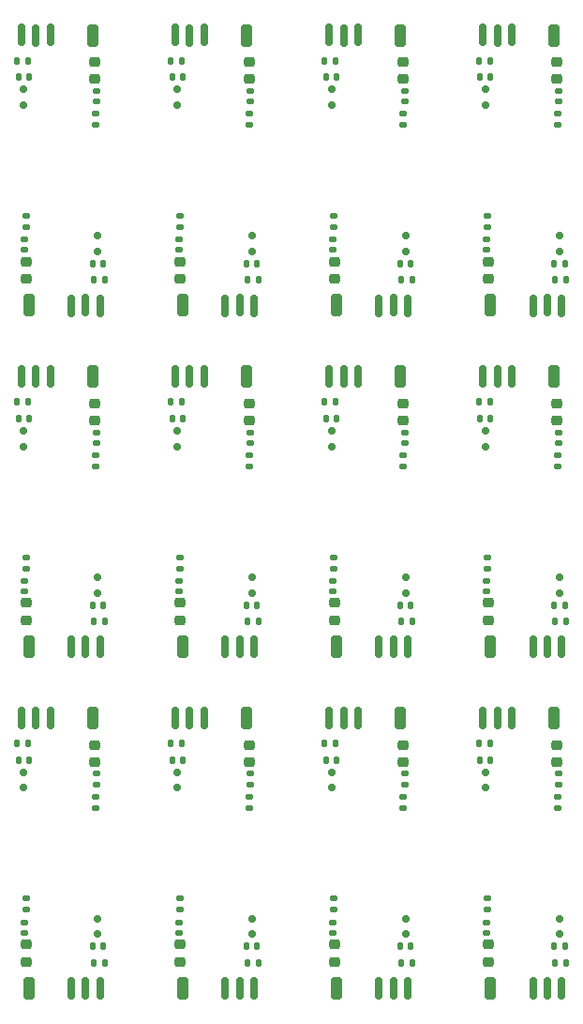
<source format=gts>
G04 #@! TF.GenerationSoftware,KiCad,Pcbnew,9.0.6-9.0.6~ubuntu24.04.1*
G04 #@! TF.CreationDate,2026-01-17T19:17:03+01:00*
G04 #@! TF.ProjectId,panel,70616e65-6c2e-46b6-9963-61645f706362,rev?*
G04 #@! TF.SameCoordinates,Original*
G04 #@! TF.FileFunction,Soldermask,Top*
G04 #@! TF.FilePolarity,Negative*
%FSLAX46Y46*%
G04 Gerber Fmt 4.6, Leading zero omitted, Abs format (unit mm)*
G04 Created by KiCad (PCBNEW 9.0.6-9.0.6~ubuntu24.04.1) date 2026-01-17 19:17:03*
%MOMM*%
%LPD*%
G01*
G04 APERTURE LIST*
G04 Aperture macros list*
%AMRoundRect*
0 Rectangle with rounded corners*
0 $1 Rounding radius*
0 $2 $3 $4 $5 $6 $7 $8 $9 X,Y pos of 4 corners*
0 Add a 4 corners polygon primitive as box body*
4,1,4,$2,$3,$4,$5,$6,$7,$8,$9,$2,$3,0*
0 Add four circle primitives for the rounded corners*
1,1,$1+$1,$2,$3*
1,1,$1+$1,$4,$5*
1,1,$1+$1,$6,$7*
1,1,$1+$1,$8,$9*
0 Add four rect primitives between the rounded corners*
20,1,$1+$1,$2,$3,$4,$5,0*
20,1,$1+$1,$4,$5,$6,$7,0*
20,1,$1+$1,$6,$7,$8,$9,0*
20,1,$1+$1,$8,$9,$2,$3,0*%
G04 Aperture macros list end*
%ADD10RoundRect,0.135000X0.185000X-0.135000X0.185000X0.135000X-0.185000X0.135000X-0.185000X-0.135000X0*%
%ADD11RoundRect,0.140000X-0.170000X0.140000X-0.170000X-0.140000X0.170000X-0.140000X0.170000X0.140000X0*%
%ADD12RoundRect,0.175000X0.175000X0.825000X-0.175000X0.825000X-0.175000X-0.825000X0.175000X-0.825000X0*%
%ADD13RoundRect,0.140000X-0.140000X-0.170000X0.140000X-0.170000X0.140000X0.170000X-0.140000X0.170000X0*%
%ADD14RoundRect,0.175000X-0.175000X-0.825000X0.175000X-0.825000X0.175000X0.825000X-0.175000X0.825000X0*%
%ADD15RoundRect,0.140000X0.140000X0.170000X-0.140000X0.170000X-0.140000X-0.170000X0.140000X-0.170000X0*%
%ADD16RoundRect,0.135000X-0.185000X0.135000X-0.185000X-0.135000X0.185000X-0.135000X0.185000X0.135000X0*%
%ADD17RoundRect,0.225000X0.250000X-0.225000X0.250000X0.225000X-0.250000X0.225000X-0.250000X-0.225000X0*%
%ADD18RoundRect,0.225000X-0.250000X0.225000X-0.250000X-0.225000X0.250000X-0.225000X0.250000X0.225000X0*%
%ADD19RoundRect,0.150000X-0.200000X0.150000X-0.200000X-0.150000X0.200000X-0.150000X0.200000X0.150000X0*%
%ADD20RoundRect,0.150000X0.200000X-0.150000X0.200000X0.150000X-0.200000X0.150000X-0.200000X-0.150000X0*%
%ADD21RoundRect,0.140000X0.170000X-0.140000X0.170000X0.140000X-0.170000X0.140000X-0.170000X-0.140000X0*%
%ADD22RoundRect,0.135000X-0.135000X-0.185000X0.135000X-0.185000X0.135000X0.185000X-0.135000X0.185000X0*%
%ADD23RoundRect,0.250000X-0.250000X-0.750000X0.250000X-0.750000X0.250000X0.750000X-0.250000X0.750000X0*%
%ADD24RoundRect,0.135000X0.135000X0.185000X-0.135000X0.185000X-0.135000X-0.185000X0.135000X-0.185000X0*%
%ADD25RoundRect,0.250000X0.250000X0.750000X-0.250000X0.750000X-0.250000X-0.750000X0.250000X-0.750000X0*%
G04 APERTURE END LIST*
D10*
G04 #@! TO.C,R101*
X49000000Y-55409999D03*
X49000000Y-54390001D03*
G04 #@! TD*
D11*
G04 #@! TO.C,C105*
X41500000Y-12320000D03*
X41500000Y-13280000D03*
G04 #@! TD*
D12*
G04 #@! TO.C,H109*
X26600000Y-62480000D03*
G04 #@! TD*
D13*
G04 #@! TO.C,C103*
X13320000Y-89500000D03*
X14280000Y-89500000D03*
G04 #@! TD*
D14*
G04 #@! TO.C,H109*
X36000000Y-7320000D03*
G04 #@! TD*
D15*
G04 #@! TO.C,C103*
X49280000Y-41900000D03*
X48320000Y-41900000D03*
G04 #@! TD*
D14*
G04 #@! TO.C,H111*
X48600000Y-7300000D03*
G04 #@! TD*
D16*
G04 #@! TO.C,R101*
X41400000Y-14390001D03*
X41400000Y-15409999D03*
G04 #@! TD*
D12*
G04 #@! TO.C,H109*
X40500000Y-93280000D03*
G04 #@! TD*
D17*
G04 #@! TO.C,C102*
X35150000Y-90875000D03*
X35150000Y-89325000D03*
G04 #@! TD*
D10*
G04 #@! TO.C,R101*
X21200000Y-24609999D03*
X21200000Y-23590001D03*
G04 #@! TD*
D12*
G04 #@! TO.C,H110*
X11400000Y-62500000D03*
G04 #@! TD*
D18*
G04 #@! TO.C,C102*
X55250000Y-9725000D03*
X55250000Y-11275000D03*
G04 #@! TD*
D13*
G04 #@! TO.C,C103*
X41120000Y-89500000D03*
X42080000Y-89500000D03*
G04 #@! TD*
D14*
G04 #@! TO.C,H111*
X48600000Y-68900000D03*
G04 #@! TD*
D16*
G04 #@! TO.C,R101*
X27500000Y-45190001D03*
X27500000Y-46209999D03*
G04 #@! TD*
D19*
G04 #@! TO.C,D101*
X27700000Y-57600000D03*
X27700000Y-56200000D03*
G04 #@! TD*
D13*
G04 #@! TO.C,C103*
X41120000Y-58700000D03*
X42080000Y-58700000D03*
G04 #@! TD*
D17*
G04 #@! TO.C,C102*
X49050000Y-90875000D03*
X49050000Y-89325000D03*
G04 #@! TD*
D18*
G04 #@! TO.C,C102*
X41350000Y-71325000D03*
X41350000Y-72875000D03*
G04 #@! TD*
D11*
G04 #@! TO.C,C105*
X55400000Y-73920000D03*
X55400000Y-74880000D03*
G04 #@! TD*
D12*
G04 #@! TO.C,H109*
X12700000Y-93280000D03*
G04 #@! TD*
G04 #@! TO.C,H110*
X53100000Y-62500000D03*
G04 #@! TD*
D16*
G04 #@! TO.C,R101*
X27500000Y-14390001D03*
X27500000Y-15409999D03*
G04 #@! TD*
D20*
G04 #@! TO.C,D101*
X34900000Y-73800000D03*
X34900000Y-75200000D03*
G04 #@! TD*
D13*
G04 #@! TO.C,C103*
X13320000Y-58700000D03*
X14280000Y-58700000D03*
G04 #@! TD*
D14*
G04 #@! TO.C,H111*
X6900000Y-38100000D03*
G04 #@! TD*
D12*
G04 #@! TO.C,H110*
X11400000Y-31700000D03*
G04 #@! TD*
G04 #@! TO.C,H110*
X39200000Y-93300000D03*
G04 #@! TD*
D14*
G04 #@! TO.C,H111*
X6900000Y-7300000D03*
G04 #@! TD*
D12*
G04 #@! TO.C,H109*
X26600000Y-31680000D03*
G04 #@! TD*
D21*
G04 #@! TO.C,C105*
X21100000Y-57480000D03*
X21100000Y-56520000D03*
G04 #@! TD*
D12*
G04 #@! TO.C,H109*
X54400000Y-31680000D03*
G04 #@! TD*
D14*
G04 #@! TO.C,H110*
X51200000Y-38100000D03*
G04 #@! TD*
D12*
G04 #@! TO.C,H110*
X39200000Y-31700000D03*
G04 #@! TD*
D10*
G04 #@! TO.C,R101*
X35100000Y-24609999D03*
X35100000Y-23590001D03*
G04 #@! TD*
D13*
G04 #@! TO.C,C103*
X27220000Y-58700000D03*
X28180000Y-58700000D03*
G04 #@! TD*
D18*
G04 #@! TO.C,C102*
X41350000Y-40525000D03*
X41350000Y-42075000D03*
G04 #@! TD*
D13*
G04 #@! TO.C,C103*
X55020000Y-27900000D03*
X55980000Y-27900000D03*
G04 #@! TD*
D14*
G04 #@! TO.C,H109*
X36000000Y-38120000D03*
G04 #@! TD*
D22*
G04 #@! TO.C,R105*
X27290001Y-29400000D03*
X28309999Y-29400000D03*
G04 #@! TD*
D15*
G04 #@! TO.C,C103*
X21480000Y-11100000D03*
X20520000Y-11100000D03*
G04 #@! TD*
D22*
G04 #@! TO.C,R105*
X27290001Y-91000000D03*
X28309999Y-91000000D03*
G04 #@! TD*
D16*
G04 #@! TO.C,R101*
X55300000Y-75990001D03*
X55300000Y-77009999D03*
G04 #@! TD*
G04 #@! TO.C,R101*
X41400000Y-45190001D03*
X41400000Y-46209999D03*
G04 #@! TD*
D22*
G04 #@! TO.C,R105*
X41190001Y-91000000D03*
X42209999Y-91000000D03*
G04 #@! TD*
D14*
G04 #@! TO.C,H111*
X34700000Y-68900000D03*
G04 #@! TD*
D17*
G04 #@! TO.C,C102*
X7350000Y-29275000D03*
X7350000Y-27725000D03*
G04 #@! TD*
D14*
G04 #@! TO.C,H110*
X51200000Y-68900000D03*
G04 #@! TD*
D23*
G04 #@! TO.C,H108*
X27230000Y-7320000D03*
G04 #@! TD*
D14*
G04 #@! TO.C,H109*
X8200000Y-7320000D03*
G04 #@! TD*
D24*
G04 #@! TO.C,R105*
X49209999Y-40400000D03*
X48190001Y-40400000D03*
G04 #@! TD*
D12*
G04 #@! TO.C,H111*
X14000000Y-31700000D03*
G04 #@! TD*
D10*
G04 #@! TO.C,R101*
X21200000Y-55409999D03*
X21200000Y-54390001D03*
G04 #@! TD*
D16*
G04 #@! TO.C,R101*
X55300000Y-14390001D03*
X55300000Y-15409999D03*
G04 #@! TD*
D23*
G04 #@! TO.C,H108*
X41130000Y-7320000D03*
G04 #@! TD*
D22*
G04 #@! TO.C,R105*
X55090001Y-29400000D03*
X56109999Y-29400000D03*
G04 #@! TD*
D23*
G04 #@! TO.C,H108*
X41130000Y-38120000D03*
G04 #@! TD*
D21*
G04 #@! TO.C,C105*
X35000000Y-88280000D03*
X35000000Y-87320000D03*
G04 #@! TD*
D14*
G04 #@! TO.C,H110*
X37300000Y-7300000D03*
G04 #@! TD*
D15*
G04 #@! TO.C,C103*
X21480000Y-72700000D03*
X20520000Y-72700000D03*
G04 #@! TD*
D22*
G04 #@! TO.C,R105*
X55090001Y-91000000D03*
X56109999Y-91000000D03*
G04 #@! TD*
D17*
G04 #@! TO.C,C102*
X35150000Y-29275000D03*
X35150000Y-27725000D03*
G04 #@! TD*
D19*
G04 #@! TO.C,D101*
X55500000Y-26800000D03*
X55500000Y-25400000D03*
G04 #@! TD*
D15*
G04 #@! TO.C,C103*
X7580000Y-41900000D03*
X6620000Y-41900000D03*
G04 #@! TD*
D12*
G04 #@! TO.C,H111*
X55700000Y-93300000D03*
G04 #@! TD*
D23*
G04 #@! TO.C,H108*
X27230000Y-38120000D03*
G04 #@! TD*
D14*
G04 #@! TO.C,H110*
X9500000Y-38100000D03*
G04 #@! TD*
D11*
G04 #@! TO.C,C105*
X27600000Y-43120000D03*
X27600000Y-44080000D03*
G04 #@! TD*
D16*
G04 #@! TO.C,R101*
X13600000Y-45190001D03*
X13600000Y-46209999D03*
G04 #@! TD*
D21*
G04 #@! TO.C,C105*
X7200000Y-88280000D03*
X7200000Y-87320000D03*
G04 #@! TD*
D10*
G04 #@! TO.C,R101*
X7300000Y-86209999D03*
X7300000Y-85190001D03*
G04 #@! TD*
D12*
G04 #@! TO.C,H109*
X54400000Y-62480000D03*
G04 #@! TD*
D22*
G04 #@! TO.C,R105*
X41190001Y-60200000D03*
X42209999Y-60200000D03*
G04 #@! TD*
D10*
G04 #@! TO.C,R101*
X21200000Y-86209999D03*
X21200000Y-85190001D03*
G04 #@! TD*
D12*
G04 #@! TO.C,H110*
X53100000Y-31700000D03*
G04 #@! TD*
D11*
G04 #@! TO.C,C105*
X55400000Y-12320000D03*
X55400000Y-13280000D03*
G04 #@! TD*
D12*
G04 #@! TO.C,H110*
X11400000Y-93300000D03*
G04 #@! TD*
D14*
G04 #@! TO.C,H109*
X22100000Y-68920000D03*
G04 #@! TD*
D25*
G04 #@! TO.C,H108*
X7570000Y-93280000D03*
G04 #@! TD*
D11*
G04 #@! TO.C,C105*
X27600000Y-12320000D03*
X27600000Y-13280000D03*
G04 #@! TD*
D14*
G04 #@! TO.C,H109*
X8200000Y-38120000D03*
G04 #@! TD*
D25*
G04 #@! TO.C,H108*
X49270000Y-31680000D03*
G04 #@! TD*
D13*
G04 #@! TO.C,C103*
X55020000Y-89500000D03*
X55980000Y-89500000D03*
G04 #@! TD*
D14*
G04 #@! TO.C,H109*
X36000000Y-68920000D03*
G04 #@! TD*
D23*
G04 #@! TO.C,H108*
X55030000Y-38120000D03*
G04 #@! TD*
D14*
G04 #@! TO.C,H111*
X20800000Y-7300000D03*
G04 #@! TD*
D12*
G04 #@! TO.C,H110*
X25300000Y-93300000D03*
G04 #@! TD*
D14*
G04 #@! TO.C,H110*
X9500000Y-7300000D03*
G04 #@! TD*
D23*
G04 #@! TO.C,H108*
X13330000Y-68920000D03*
G04 #@! TD*
D10*
G04 #@! TO.C,R101*
X35100000Y-86209999D03*
X35100000Y-85190001D03*
G04 #@! TD*
D12*
G04 #@! TO.C,H109*
X54400000Y-93280000D03*
G04 #@! TD*
D24*
G04 #@! TO.C,R105*
X7509999Y-40400000D03*
X6490001Y-40400000D03*
G04 #@! TD*
D21*
G04 #@! TO.C,C105*
X21100000Y-26680000D03*
X21100000Y-25720000D03*
G04 #@! TD*
D18*
G04 #@! TO.C,C102*
X55250000Y-40525000D03*
X55250000Y-42075000D03*
G04 #@! TD*
D24*
G04 #@! TO.C,R105*
X7509999Y-71200000D03*
X6490001Y-71200000D03*
G04 #@! TD*
D15*
G04 #@! TO.C,C103*
X49280000Y-72700000D03*
X48320000Y-72700000D03*
G04 #@! TD*
D19*
G04 #@! TO.C,D101*
X27700000Y-88400000D03*
X27700000Y-87000000D03*
G04 #@! TD*
D12*
G04 #@! TO.C,H111*
X41800000Y-93300000D03*
G04 #@! TD*
G04 #@! TO.C,H111*
X27900000Y-31700000D03*
G04 #@! TD*
D23*
G04 #@! TO.C,H108*
X41130000Y-68920000D03*
G04 #@! TD*
D11*
G04 #@! TO.C,C105*
X41500000Y-43120000D03*
X41500000Y-44080000D03*
G04 #@! TD*
D14*
G04 #@! TO.C,H111*
X20800000Y-68900000D03*
G04 #@! TD*
D12*
G04 #@! TO.C,H109*
X40500000Y-62480000D03*
G04 #@! TD*
D17*
G04 #@! TO.C,C102*
X21250000Y-60075000D03*
X21250000Y-58525000D03*
G04 #@! TD*
G04 #@! TO.C,C102*
X21250000Y-29275000D03*
X21250000Y-27725000D03*
G04 #@! TD*
D14*
G04 #@! TO.C,H111*
X20800000Y-38100000D03*
G04 #@! TD*
D19*
G04 #@! TO.C,D101*
X13800000Y-57600000D03*
X13800000Y-56200000D03*
G04 #@! TD*
D20*
G04 #@! TO.C,D101*
X21000000Y-12200000D03*
X21000000Y-13600000D03*
G04 #@! TD*
D19*
G04 #@! TO.C,D101*
X55500000Y-88400000D03*
X55500000Y-87000000D03*
G04 #@! TD*
D16*
G04 #@! TO.C,R101*
X55300000Y-45190001D03*
X55300000Y-46209999D03*
G04 #@! TD*
D22*
G04 #@! TO.C,R105*
X13390001Y-60200000D03*
X14409999Y-60200000D03*
G04 #@! TD*
D16*
G04 #@! TO.C,R101*
X13600000Y-14390001D03*
X13600000Y-15409999D03*
G04 #@! TD*
D25*
G04 #@! TO.C,H108*
X49270000Y-93280000D03*
G04 #@! TD*
D19*
G04 #@! TO.C,D101*
X41600000Y-88400000D03*
X41600000Y-87000000D03*
G04 #@! TD*
D18*
G04 #@! TO.C,C102*
X41350000Y-9725000D03*
X41350000Y-11275000D03*
G04 #@! TD*
D17*
G04 #@! TO.C,C102*
X7350000Y-90875000D03*
X7350000Y-89325000D03*
G04 #@! TD*
D23*
G04 #@! TO.C,H108*
X55030000Y-68920000D03*
G04 #@! TD*
D13*
G04 #@! TO.C,C103*
X41120000Y-27900000D03*
X42080000Y-27900000D03*
G04 #@! TD*
D14*
G04 #@! TO.C,H111*
X34700000Y-38100000D03*
G04 #@! TD*
D24*
G04 #@! TO.C,R105*
X35309999Y-40400000D03*
X34290001Y-40400000D03*
G04 #@! TD*
D12*
G04 #@! TO.C,H111*
X41800000Y-31700000D03*
G04 #@! TD*
D20*
G04 #@! TO.C,D101*
X48800000Y-12200000D03*
X48800000Y-13600000D03*
G04 #@! TD*
D14*
G04 #@! TO.C,H109*
X49900000Y-38120000D03*
G04 #@! TD*
D23*
G04 #@! TO.C,H108*
X55030000Y-7320000D03*
G04 #@! TD*
D15*
G04 #@! TO.C,C103*
X7580000Y-11100000D03*
X6620000Y-11100000D03*
G04 #@! TD*
D14*
G04 #@! TO.C,H110*
X23400000Y-38100000D03*
G04 #@! TD*
D24*
G04 #@! TO.C,R105*
X7509999Y-9600000D03*
X6490001Y-9600000D03*
G04 #@! TD*
D12*
G04 #@! TO.C,H109*
X12700000Y-62480000D03*
G04 #@! TD*
D22*
G04 #@! TO.C,R105*
X27290001Y-60200000D03*
X28309999Y-60200000D03*
G04 #@! TD*
D11*
G04 #@! TO.C,C105*
X13700000Y-12320000D03*
X13700000Y-13280000D03*
G04 #@! TD*
D24*
G04 #@! TO.C,R105*
X35309999Y-9600000D03*
X34290001Y-9600000D03*
G04 #@! TD*
D11*
G04 #@! TO.C,C105*
X13700000Y-43120000D03*
X13700000Y-44080000D03*
G04 #@! TD*
D19*
G04 #@! TO.C,D101*
X55500000Y-57600000D03*
X55500000Y-56200000D03*
G04 #@! TD*
D12*
G04 #@! TO.C,H110*
X53100000Y-93300000D03*
G04 #@! TD*
D25*
G04 #@! TO.C,H108*
X49270000Y-62480000D03*
G04 #@! TD*
D14*
G04 #@! TO.C,H109*
X49900000Y-68920000D03*
G04 #@! TD*
D17*
G04 #@! TO.C,C102*
X21250000Y-90875000D03*
X21250000Y-89325000D03*
G04 #@! TD*
D12*
G04 #@! TO.C,H110*
X25300000Y-31700000D03*
G04 #@! TD*
D17*
G04 #@! TO.C,C102*
X49050000Y-29275000D03*
X49050000Y-27725000D03*
G04 #@! TD*
D25*
G04 #@! TO.C,H108*
X7570000Y-31680000D03*
G04 #@! TD*
D10*
G04 #@! TO.C,R101*
X35100000Y-55409999D03*
X35100000Y-54390001D03*
G04 #@! TD*
D15*
G04 #@! TO.C,C103*
X35380000Y-72700000D03*
X34420000Y-72700000D03*
G04 #@! TD*
D16*
G04 #@! TO.C,R101*
X27500000Y-75990001D03*
X27500000Y-77009999D03*
G04 #@! TD*
D15*
G04 #@! TO.C,C103*
X21480000Y-41900000D03*
X20520000Y-41900000D03*
G04 #@! TD*
G04 #@! TO.C,C103*
X35380000Y-41900000D03*
X34420000Y-41900000D03*
G04 #@! TD*
D21*
G04 #@! TO.C,C105*
X48900000Y-26680000D03*
X48900000Y-25720000D03*
G04 #@! TD*
D14*
G04 #@! TO.C,H110*
X23400000Y-68900000D03*
G04 #@! TD*
D20*
G04 #@! TO.C,D101*
X7100000Y-12200000D03*
X7100000Y-13600000D03*
G04 #@! TD*
D12*
G04 #@! TO.C,H111*
X14000000Y-62500000D03*
G04 #@! TD*
G04 #@! TO.C,H111*
X41800000Y-62500000D03*
G04 #@! TD*
D13*
G04 #@! TO.C,C103*
X27220000Y-89500000D03*
X28180000Y-89500000D03*
G04 #@! TD*
D16*
G04 #@! TO.C,R101*
X41400000Y-75990001D03*
X41400000Y-77009999D03*
G04 #@! TD*
D24*
G04 #@! TO.C,R105*
X35309999Y-71200000D03*
X34290001Y-71200000D03*
G04 #@! TD*
D11*
G04 #@! TO.C,C105*
X13700000Y-73920000D03*
X13700000Y-74880000D03*
G04 #@! TD*
D16*
G04 #@! TO.C,R101*
X13600000Y-75990001D03*
X13600000Y-77009999D03*
G04 #@! TD*
D14*
G04 #@! TO.C,H110*
X37300000Y-68900000D03*
G04 #@! TD*
D12*
G04 #@! TO.C,H111*
X27900000Y-62500000D03*
G04 #@! TD*
G04 #@! TO.C,H109*
X12700000Y-31680000D03*
G04 #@! TD*
D14*
G04 #@! TO.C,H109*
X22100000Y-38120000D03*
G04 #@! TD*
D25*
G04 #@! TO.C,H108*
X35370000Y-62480000D03*
G04 #@! TD*
D10*
G04 #@! TO.C,R101*
X49000000Y-24609999D03*
X49000000Y-23590001D03*
G04 #@! TD*
D21*
G04 #@! TO.C,C105*
X48900000Y-88280000D03*
X48900000Y-87320000D03*
G04 #@! TD*
D13*
G04 #@! TO.C,C103*
X27220000Y-27900000D03*
X28180000Y-27900000D03*
G04 #@! TD*
D19*
G04 #@! TO.C,D101*
X13800000Y-88400000D03*
X13800000Y-87000000D03*
G04 #@! TD*
D25*
G04 #@! TO.C,H108*
X21470000Y-93280000D03*
G04 #@! TD*
D17*
G04 #@! TO.C,C102*
X7350000Y-60075000D03*
X7350000Y-58525000D03*
G04 #@! TD*
D21*
G04 #@! TO.C,C105*
X7200000Y-26680000D03*
X7200000Y-25720000D03*
G04 #@! TD*
D14*
G04 #@! TO.C,H111*
X34700000Y-7300000D03*
G04 #@! TD*
D12*
G04 #@! TO.C,H111*
X55700000Y-62500000D03*
G04 #@! TD*
D18*
G04 #@! TO.C,C102*
X13550000Y-40525000D03*
X13550000Y-42075000D03*
G04 #@! TD*
D25*
G04 #@! TO.C,H108*
X7570000Y-62480000D03*
G04 #@! TD*
D17*
G04 #@! TO.C,C102*
X35150000Y-60075000D03*
X35150000Y-58525000D03*
G04 #@! TD*
D22*
G04 #@! TO.C,R105*
X41190001Y-29400000D03*
X42209999Y-29400000D03*
G04 #@! TD*
D19*
G04 #@! TO.C,D101*
X41600000Y-57600000D03*
X41600000Y-56200000D03*
G04 #@! TD*
D18*
G04 #@! TO.C,C102*
X27450000Y-40525000D03*
X27450000Y-42075000D03*
G04 #@! TD*
D14*
G04 #@! TO.C,H111*
X6900000Y-68900000D03*
G04 #@! TD*
G04 #@! TO.C,H111*
X48600000Y-38100000D03*
G04 #@! TD*
D10*
G04 #@! TO.C,R101*
X49000000Y-86209999D03*
X49000000Y-85190001D03*
G04 #@! TD*
D14*
G04 #@! TO.C,H110*
X23400000Y-7300000D03*
G04 #@! TD*
G04 #@! TO.C,H109*
X8200000Y-68920000D03*
G04 #@! TD*
D22*
G04 #@! TO.C,R105*
X13390001Y-29400000D03*
X14409999Y-29400000D03*
G04 #@! TD*
D10*
G04 #@! TO.C,R101*
X7300000Y-55409999D03*
X7300000Y-54390001D03*
G04 #@! TD*
D15*
G04 #@! TO.C,C103*
X49280000Y-11100000D03*
X48320000Y-11100000D03*
G04 #@! TD*
D23*
G04 #@! TO.C,H108*
X13330000Y-7320000D03*
G04 #@! TD*
D15*
G04 #@! TO.C,C103*
X7580000Y-72700000D03*
X6620000Y-72700000D03*
G04 #@! TD*
D14*
G04 #@! TO.C,H110*
X37300000Y-38100000D03*
G04 #@! TD*
G04 #@! TO.C,H109*
X22100000Y-7320000D03*
G04 #@! TD*
D20*
G04 #@! TO.C,D101*
X48800000Y-43000000D03*
X48800000Y-44400000D03*
G04 #@! TD*
D21*
G04 #@! TO.C,C105*
X7200000Y-57480000D03*
X7200000Y-56520000D03*
G04 #@! TD*
D15*
G04 #@! TO.C,C103*
X35380000Y-11100000D03*
X34420000Y-11100000D03*
G04 #@! TD*
D20*
G04 #@! TO.C,D101*
X7100000Y-43000000D03*
X7100000Y-44400000D03*
G04 #@! TD*
G04 #@! TO.C,D101*
X34900000Y-12200000D03*
X34900000Y-13600000D03*
G04 #@! TD*
D25*
G04 #@! TO.C,H108*
X21470000Y-62480000D03*
G04 #@! TD*
D12*
G04 #@! TO.C,H110*
X39200000Y-62500000D03*
G04 #@! TD*
D18*
G04 #@! TO.C,C102*
X13550000Y-71325000D03*
X13550000Y-72875000D03*
G04 #@! TD*
D23*
G04 #@! TO.C,H108*
X13330000Y-38120000D03*
G04 #@! TD*
D12*
G04 #@! TO.C,H111*
X27900000Y-93300000D03*
G04 #@! TD*
G04 #@! TO.C,H111*
X14000000Y-93300000D03*
G04 #@! TD*
D24*
G04 #@! TO.C,R105*
X21409999Y-9600000D03*
X20390001Y-9600000D03*
G04 #@! TD*
G04 #@! TO.C,R105*
X49209999Y-9600000D03*
X48190001Y-9600000D03*
G04 #@! TD*
D25*
G04 #@! TO.C,H108*
X35370000Y-93280000D03*
G04 #@! TD*
D18*
G04 #@! TO.C,C102*
X13550000Y-9725000D03*
X13550000Y-11275000D03*
G04 #@! TD*
D11*
G04 #@! TO.C,C105*
X55400000Y-43120000D03*
X55400000Y-44080000D03*
G04 #@! TD*
D18*
G04 #@! TO.C,C102*
X27450000Y-71325000D03*
X27450000Y-72875000D03*
G04 #@! TD*
D10*
G04 #@! TO.C,R101*
X7300000Y-24609999D03*
X7300000Y-23590001D03*
G04 #@! TD*
D14*
G04 #@! TO.C,H110*
X51200000Y-7300000D03*
G04 #@! TD*
D24*
G04 #@! TO.C,R105*
X21409999Y-40400000D03*
X20390001Y-40400000D03*
G04 #@! TD*
D25*
G04 #@! TO.C,H108*
X21470000Y-31680000D03*
G04 #@! TD*
D14*
G04 #@! TO.C,H109*
X49900000Y-7320000D03*
G04 #@! TD*
D20*
G04 #@! TO.C,D101*
X21000000Y-73800000D03*
X21000000Y-75200000D03*
G04 #@! TD*
D18*
G04 #@! TO.C,C102*
X55250000Y-71325000D03*
X55250000Y-72875000D03*
G04 #@! TD*
D24*
G04 #@! TO.C,R105*
X49209999Y-71200000D03*
X48190001Y-71200000D03*
G04 #@! TD*
D12*
G04 #@! TO.C,H110*
X25300000Y-62500000D03*
G04 #@! TD*
D22*
G04 #@! TO.C,R105*
X55090001Y-60200000D03*
X56109999Y-60200000D03*
G04 #@! TD*
D19*
G04 #@! TO.C,D101*
X41600000Y-26800000D03*
X41600000Y-25400000D03*
G04 #@! TD*
D21*
G04 #@! TO.C,C105*
X35000000Y-26680000D03*
X35000000Y-25720000D03*
G04 #@! TD*
D20*
G04 #@! TO.C,D101*
X7100000Y-73800000D03*
X7100000Y-75200000D03*
G04 #@! TD*
D11*
G04 #@! TO.C,C105*
X27600000Y-73920000D03*
X27600000Y-74880000D03*
G04 #@! TD*
D17*
G04 #@! TO.C,C102*
X49050000Y-60075000D03*
X49050000Y-58525000D03*
G04 #@! TD*
D13*
G04 #@! TO.C,C103*
X55020000Y-58700000D03*
X55980000Y-58700000D03*
G04 #@! TD*
D22*
G04 #@! TO.C,R105*
X13390001Y-91000000D03*
X14409999Y-91000000D03*
G04 #@! TD*
D21*
G04 #@! TO.C,C105*
X21100000Y-88280000D03*
X21100000Y-87320000D03*
G04 #@! TD*
D19*
G04 #@! TO.C,D101*
X13800000Y-26800000D03*
X13800000Y-25400000D03*
G04 #@! TD*
D12*
G04 #@! TO.C,H109*
X40500000Y-31680000D03*
G04 #@! TD*
D21*
G04 #@! TO.C,C105*
X48900000Y-57480000D03*
X48900000Y-56520000D03*
G04 #@! TD*
D14*
G04 #@! TO.C,H110*
X9500000Y-68900000D03*
G04 #@! TD*
D25*
G04 #@! TO.C,H108*
X35370000Y-31680000D03*
G04 #@! TD*
D11*
G04 #@! TO.C,C105*
X41500000Y-73920000D03*
X41500000Y-74880000D03*
G04 #@! TD*
D20*
G04 #@! TO.C,D101*
X21000000Y-43000000D03*
X21000000Y-44400000D03*
G04 #@! TD*
D13*
G04 #@! TO.C,C103*
X13320000Y-27900000D03*
X14280000Y-27900000D03*
G04 #@! TD*
D21*
G04 #@! TO.C,C105*
X35000000Y-57480000D03*
X35000000Y-56520000D03*
G04 #@! TD*
D20*
G04 #@! TO.C,D101*
X34900000Y-43000000D03*
X34900000Y-44400000D03*
G04 #@! TD*
D24*
G04 #@! TO.C,R105*
X21409999Y-71200000D03*
X20390001Y-71200000D03*
G04 #@! TD*
D23*
G04 #@! TO.C,H108*
X27230000Y-68920000D03*
G04 #@! TD*
D12*
G04 #@! TO.C,H111*
X55700000Y-31700000D03*
G04 #@! TD*
D20*
G04 #@! TO.C,D101*
X48800000Y-73800000D03*
X48800000Y-75200000D03*
G04 #@! TD*
D19*
G04 #@! TO.C,D101*
X27700000Y-26800000D03*
X27700000Y-25400000D03*
G04 #@! TD*
D18*
G04 #@! TO.C,C102*
X27450000Y-9725000D03*
X27450000Y-11275000D03*
G04 #@! TD*
D12*
G04 #@! TO.C,H109*
X26600000Y-93280000D03*
G04 #@! TD*
M02*

</source>
